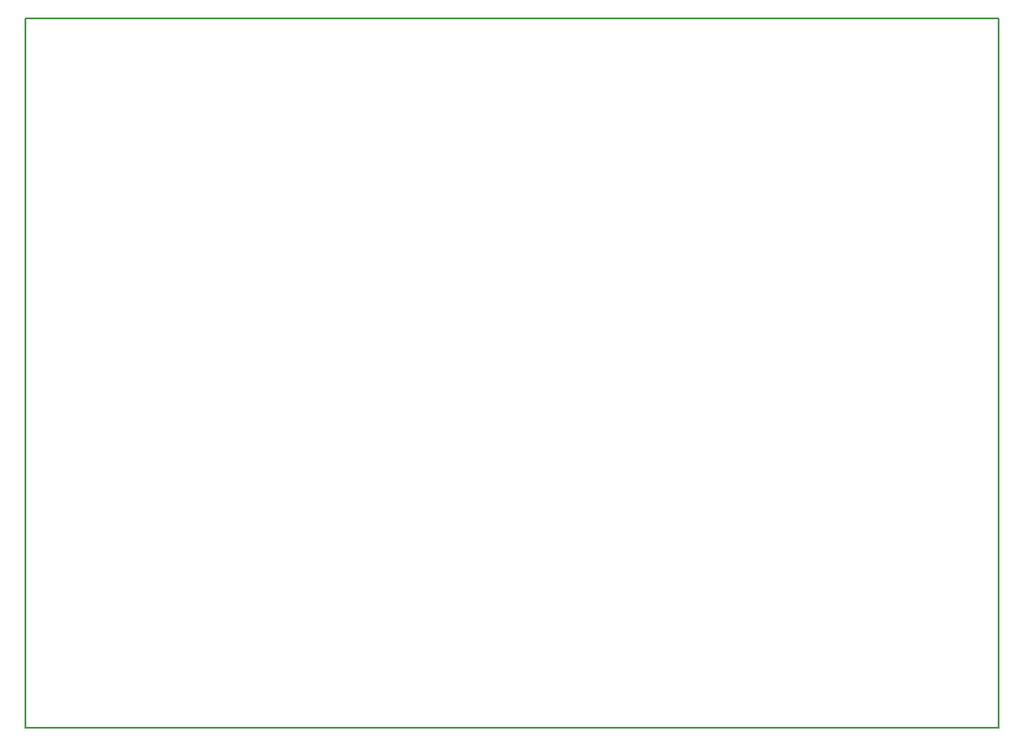
<source format=gbo>
G04 MADE WITH FRITZING*
G04 WWW.FRITZING.ORG*
G04 DOUBLE SIDED*
G04 HOLES PLATED*
G04 CONTOUR ON CENTER OF CONTOUR VECTOR*
%ASAXBY*%
%FSLAX23Y23*%
%MOIN*%
%OFA0B0*%
%SFA1.0B1.0*%
%ADD10R,3.711200X2.707960X3.695200X2.691960*%
%ADD11C,0.008000*%
%LNSILK0*%
G90*
G70*
G54D11*
X4Y2704D02*
X3707Y2704D01*
X3707Y4D01*
X4Y4D01*
X4Y2704D01*
D02*
G04 End of Silk0*
M02*
</source>
